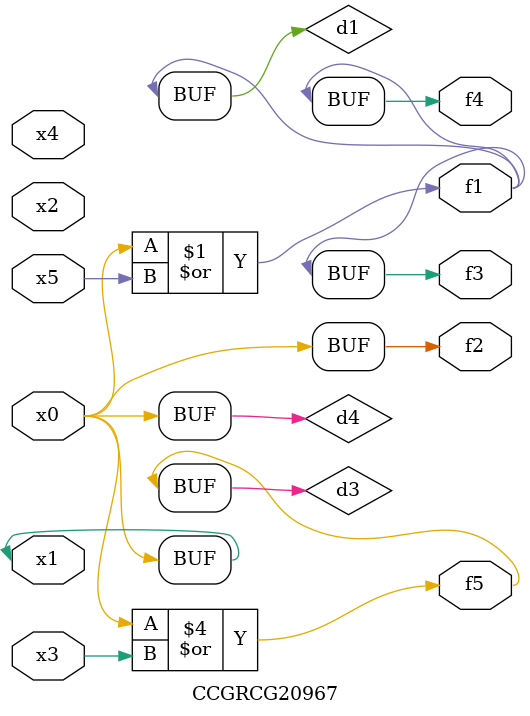
<source format=v>
module CCGRCG20967(
	input x0, x1, x2, x3, x4, x5,
	output f1, f2, f3, f4, f5
);

	wire d1, d2, d3, d4;

	or (d1, x0, x5);
	xnor (d2, x1, x4);
	or (d3, x0, x3);
	buf (d4, x0, x1);
	assign f1 = d1;
	assign f2 = d4;
	assign f3 = d1;
	assign f4 = d1;
	assign f5 = d3;
endmodule

</source>
